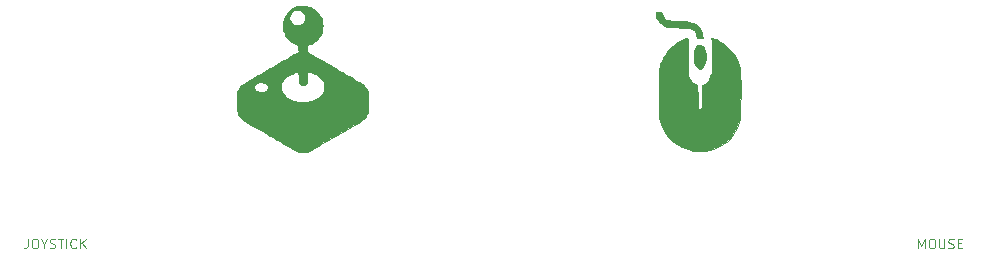
<source format=gto>
%TF.GenerationSoftware,KiCad,Pcbnew,(5.1.8)-1*%
%TF.CreationDate,2021-02-22T12:03:38+01:00*%
%TF.ProjectId,Amiga Mouse Switch Faceplate A1,416d6967-6120-44d6-9f75-736520537769,rev?*%
%TF.SameCoordinates,Original*%
%TF.FileFunction,Legend,Top*%
%TF.FilePolarity,Positive*%
%FSLAX46Y46*%
G04 Gerber Fmt 4.6, Leading zero omitted, Abs format (unit mm)*
G04 Created by KiCad (PCBNEW (5.1.8)-1) date 2021-02-22 12:03:38*
%MOMM*%
%LPD*%
G01*
G04 APERTURE LIST*
%ADD10C,0.100000*%
%ADD11C,0.010000*%
G04 APERTURE END LIST*
D10*
X175317380Y-105771904D02*
X175317380Y-104971904D01*
X175584047Y-105543333D01*
X175850714Y-104971904D01*
X175850714Y-105771904D01*
X176384047Y-104971904D02*
X176536428Y-104971904D01*
X176612619Y-105010000D01*
X176688809Y-105086190D01*
X176726904Y-105238571D01*
X176726904Y-105505238D01*
X176688809Y-105657619D01*
X176612619Y-105733809D01*
X176536428Y-105771904D01*
X176384047Y-105771904D01*
X176307857Y-105733809D01*
X176231666Y-105657619D01*
X176193571Y-105505238D01*
X176193571Y-105238571D01*
X176231666Y-105086190D01*
X176307857Y-105010000D01*
X176384047Y-104971904D01*
X177069761Y-104971904D02*
X177069761Y-105619523D01*
X177107857Y-105695714D01*
X177145952Y-105733809D01*
X177222142Y-105771904D01*
X177374523Y-105771904D01*
X177450714Y-105733809D01*
X177488809Y-105695714D01*
X177526904Y-105619523D01*
X177526904Y-104971904D01*
X177869761Y-105733809D02*
X177984047Y-105771904D01*
X178174523Y-105771904D01*
X178250714Y-105733809D01*
X178288809Y-105695714D01*
X178326904Y-105619523D01*
X178326904Y-105543333D01*
X178288809Y-105467142D01*
X178250714Y-105429047D01*
X178174523Y-105390952D01*
X178022142Y-105352857D01*
X177945952Y-105314761D01*
X177907857Y-105276666D01*
X177869761Y-105200476D01*
X177869761Y-105124285D01*
X177907857Y-105048095D01*
X177945952Y-105010000D01*
X178022142Y-104971904D01*
X178212619Y-104971904D01*
X178326904Y-105010000D01*
X178669761Y-105352857D02*
X178936428Y-105352857D01*
X179050714Y-105771904D02*
X178669761Y-105771904D01*
X178669761Y-104971904D01*
X179050714Y-104971904D01*
X99911190Y-104971904D02*
X99911190Y-105543333D01*
X99873095Y-105657619D01*
X99796904Y-105733809D01*
X99682619Y-105771904D01*
X99606428Y-105771904D01*
X100444523Y-104971904D02*
X100596904Y-104971904D01*
X100673095Y-105010000D01*
X100749285Y-105086190D01*
X100787380Y-105238571D01*
X100787380Y-105505238D01*
X100749285Y-105657619D01*
X100673095Y-105733809D01*
X100596904Y-105771904D01*
X100444523Y-105771904D01*
X100368333Y-105733809D01*
X100292142Y-105657619D01*
X100254047Y-105505238D01*
X100254047Y-105238571D01*
X100292142Y-105086190D01*
X100368333Y-105010000D01*
X100444523Y-104971904D01*
X101282619Y-105390952D02*
X101282619Y-105771904D01*
X101015952Y-104971904D02*
X101282619Y-105390952D01*
X101549285Y-104971904D01*
X101777857Y-105733809D02*
X101892142Y-105771904D01*
X102082619Y-105771904D01*
X102158809Y-105733809D01*
X102196904Y-105695714D01*
X102235000Y-105619523D01*
X102235000Y-105543333D01*
X102196904Y-105467142D01*
X102158809Y-105429047D01*
X102082619Y-105390952D01*
X101930238Y-105352857D01*
X101854047Y-105314761D01*
X101815952Y-105276666D01*
X101777857Y-105200476D01*
X101777857Y-105124285D01*
X101815952Y-105048095D01*
X101854047Y-105010000D01*
X101930238Y-104971904D01*
X102120714Y-104971904D01*
X102235000Y-105010000D01*
X102463571Y-104971904D02*
X102920714Y-104971904D01*
X102692142Y-105771904D02*
X102692142Y-104971904D01*
X103187380Y-105771904D02*
X103187380Y-104971904D01*
X104025476Y-105695714D02*
X103987380Y-105733809D01*
X103873095Y-105771904D01*
X103796904Y-105771904D01*
X103682619Y-105733809D01*
X103606428Y-105657619D01*
X103568333Y-105581428D01*
X103530238Y-105429047D01*
X103530238Y-105314761D01*
X103568333Y-105162380D01*
X103606428Y-105086190D01*
X103682619Y-105010000D01*
X103796904Y-104971904D01*
X103873095Y-104971904D01*
X103987380Y-105010000D01*
X104025476Y-105048095D01*
X104368333Y-105771904D02*
X104368333Y-104971904D01*
X104825476Y-105771904D02*
X104482619Y-105314761D01*
X104825476Y-104971904D02*
X104368333Y-105429047D01*
D11*
%TO.C,G\u002A\u002A\u002A*%
G36*
X155777596Y-88010856D02*
G01*
X155787281Y-88137169D01*
X155793948Y-88347067D01*
X155797585Y-88640035D01*
X155798182Y-89015560D01*
X155795729Y-89473127D01*
X155795682Y-89478940D01*
X155792809Y-89884688D01*
X155791587Y-90215018D01*
X155792339Y-90479164D01*
X155795385Y-90686366D01*
X155801045Y-90845859D01*
X155809642Y-90966880D01*
X155821496Y-91058667D01*
X155836927Y-91130456D01*
X155855078Y-91188227D01*
X155991767Y-91467692D01*
X156178437Y-91698402D01*
X156401178Y-91863668D01*
X156612167Y-91977384D01*
X156623579Y-92922436D01*
X156629954Y-93273177D01*
X156639636Y-93552510D01*
X156652422Y-93756911D01*
X156668107Y-93882856D01*
X156681679Y-93923744D01*
X156773267Y-93978640D01*
X156877008Y-93968860D01*
X156958664Y-93900556D01*
X156973048Y-93871410D01*
X156985384Y-93797599D01*
X156996250Y-93653456D01*
X157005060Y-93453309D01*
X157011227Y-93211489D01*
X157014168Y-92942325D01*
X157014333Y-92861129D01*
X157014333Y-91959437D01*
X157215417Y-91856383D01*
X157410867Y-91713936D01*
X157584381Y-91506282D01*
X157722575Y-91252448D01*
X157799393Y-91026204D01*
X157818834Y-90935960D01*
X157833856Y-90830779D01*
X157844802Y-90700247D01*
X157852019Y-90533948D01*
X157855852Y-90321468D01*
X157856646Y-90052392D01*
X157854747Y-89716305D01*
X157852034Y-89438704D01*
X157847296Y-89109213D01*
X157840723Y-88804534D01*
X157832723Y-88535653D01*
X157823704Y-88313556D01*
X157814076Y-88149228D01*
X157804245Y-88053654D01*
X157799880Y-88036037D01*
X157783178Y-87983798D01*
X157813904Y-87969043D01*
X157906811Y-87982402D01*
X158005997Y-88012866D01*
X158156263Y-88072967D01*
X158333834Y-88152781D01*
X158449489Y-88208951D01*
X158864648Y-88462051D01*
X159245356Y-88782985D01*
X159579721Y-89158102D01*
X159855854Y-89573751D01*
X160061865Y-90016282D01*
X160087936Y-90089885D01*
X160131616Y-90226311D01*
X160168143Y-90361106D01*
X160198051Y-90502903D01*
X160221876Y-90660335D01*
X160240149Y-90842032D01*
X160253406Y-91056629D01*
X160262181Y-91312757D01*
X160267008Y-91619048D01*
X160268420Y-91984135D01*
X160266952Y-92416651D01*
X160263163Y-92922316D01*
X160259103Y-93371910D01*
X160255201Y-93745373D01*
X160251014Y-94051239D01*
X160246095Y-94298040D01*
X160240001Y-94494310D01*
X160232285Y-94648584D01*
X160222504Y-94769393D01*
X160210212Y-94865273D01*
X160194964Y-94944756D01*
X160176315Y-95016375D01*
X160153820Y-95088665D01*
X160149517Y-95101833D01*
X159940441Y-95614739D01*
X159662909Y-96082024D01*
X159521782Y-96270840D01*
X159178277Y-96644590D01*
X158794414Y-96949888D01*
X158360386Y-97193396D01*
X157903333Y-97370178D01*
X157711997Y-97427362D01*
X157544654Y-97466143D01*
X157373031Y-97490772D01*
X157168854Y-97505499D01*
X156950833Y-97513343D01*
X156728893Y-97517594D01*
X156524586Y-97518256D01*
X156359773Y-97515470D01*
X156256319Y-97509374D01*
X156252333Y-97508879D01*
X156059352Y-97470556D01*
X155819894Y-97404109D01*
X155563219Y-97319258D01*
X155318590Y-97225720D01*
X155115267Y-97133215D01*
X155104428Y-97127600D01*
X154677150Y-96857336D01*
X154297988Y-96522172D01*
X153972918Y-96130642D01*
X153707917Y-95691283D01*
X153508963Y-95212629D01*
X153382033Y-94703216D01*
X153374531Y-94657333D01*
X153360701Y-94528125D01*
X153350036Y-94335116D01*
X153342481Y-94074663D01*
X153337980Y-93743123D01*
X153336478Y-93336853D01*
X153337918Y-92852209D01*
X153340717Y-92456000D01*
X153344841Y-91980531D01*
X153349272Y-91580587D01*
X153355186Y-91247029D01*
X153363760Y-90970719D01*
X153376171Y-90742518D01*
X153393594Y-90553290D01*
X153417205Y-90393895D01*
X153448183Y-90255196D01*
X153487702Y-90128055D01*
X153536939Y-90003333D01*
X153597070Y-89871893D01*
X153669273Y-89724596D01*
X153700401Y-89662000D01*
X153927672Y-89287246D01*
X154221813Y-88930115D01*
X154565931Y-88605763D01*
X154943134Y-88329348D01*
X155336528Y-88116027D01*
X155495180Y-88051561D01*
X155626565Y-88006119D01*
X155727180Y-87976000D01*
X155764902Y-87968643D01*
X155777596Y-88010856D01*
G37*
X155777596Y-88010856D02*
X155787281Y-88137169D01*
X155793948Y-88347067D01*
X155797585Y-88640035D01*
X155798182Y-89015560D01*
X155795729Y-89473127D01*
X155795682Y-89478940D01*
X155792809Y-89884688D01*
X155791587Y-90215018D01*
X155792339Y-90479164D01*
X155795385Y-90686366D01*
X155801045Y-90845859D01*
X155809642Y-90966880D01*
X155821496Y-91058667D01*
X155836927Y-91130456D01*
X155855078Y-91188227D01*
X155991767Y-91467692D01*
X156178437Y-91698402D01*
X156401178Y-91863668D01*
X156612167Y-91977384D01*
X156623579Y-92922436D01*
X156629954Y-93273177D01*
X156639636Y-93552510D01*
X156652422Y-93756911D01*
X156668107Y-93882856D01*
X156681679Y-93923744D01*
X156773267Y-93978640D01*
X156877008Y-93968860D01*
X156958664Y-93900556D01*
X156973048Y-93871410D01*
X156985384Y-93797599D01*
X156996250Y-93653456D01*
X157005060Y-93453309D01*
X157011227Y-93211489D01*
X157014168Y-92942325D01*
X157014333Y-92861129D01*
X157014333Y-91959437D01*
X157215417Y-91856383D01*
X157410867Y-91713936D01*
X157584381Y-91506282D01*
X157722575Y-91252448D01*
X157799393Y-91026204D01*
X157818834Y-90935960D01*
X157833856Y-90830779D01*
X157844802Y-90700247D01*
X157852019Y-90533948D01*
X157855852Y-90321468D01*
X157856646Y-90052392D01*
X157854747Y-89716305D01*
X157852034Y-89438704D01*
X157847296Y-89109213D01*
X157840723Y-88804534D01*
X157832723Y-88535653D01*
X157823704Y-88313556D01*
X157814076Y-88149228D01*
X157804245Y-88053654D01*
X157799880Y-88036037D01*
X157783178Y-87983798D01*
X157813904Y-87969043D01*
X157906811Y-87982402D01*
X158005997Y-88012866D01*
X158156263Y-88072967D01*
X158333834Y-88152781D01*
X158449489Y-88208951D01*
X158864648Y-88462051D01*
X159245356Y-88782985D01*
X159579721Y-89158102D01*
X159855854Y-89573751D01*
X160061865Y-90016282D01*
X160087936Y-90089885D01*
X160131616Y-90226311D01*
X160168143Y-90361106D01*
X160198051Y-90502903D01*
X160221876Y-90660335D01*
X160240149Y-90842032D01*
X160253406Y-91056629D01*
X160262181Y-91312757D01*
X160267008Y-91619048D01*
X160268420Y-91984135D01*
X160266952Y-92416651D01*
X160263163Y-92922316D01*
X160259103Y-93371910D01*
X160255201Y-93745373D01*
X160251014Y-94051239D01*
X160246095Y-94298040D01*
X160240001Y-94494310D01*
X160232285Y-94648584D01*
X160222504Y-94769393D01*
X160210212Y-94865273D01*
X160194964Y-94944756D01*
X160176315Y-95016375D01*
X160153820Y-95088665D01*
X160149517Y-95101833D01*
X159940441Y-95614739D01*
X159662909Y-96082024D01*
X159521782Y-96270840D01*
X159178277Y-96644590D01*
X158794414Y-96949888D01*
X158360386Y-97193396D01*
X157903333Y-97370178D01*
X157711997Y-97427362D01*
X157544654Y-97466143D01*
X157373031Y-97490772D01*
X157168854Y-97505499D01*
X156950833Y-97513343D01*
X156728893Y-97517594D01*
X156524586Y-97518256D01*
X156359773Y-97515470D01*
X156256319Y-97509374D01*
X156252333Y-97508879D01*
X156059352Y-97470556D01*
X155819894Y-97404109D01*
X155563219Y-97319258D01*
X155318590Y-97225720D01*
X155115267Y-97133215D01*
X155104428Y-97127600D01*
X154677150Y-96857336D01*
X154297988Y-96522172D01*
X153972918Y-96130642D01*
X153707917Y-95691283D01*
X153508963Y-95212629D01*
X153382033Y-94703216D01*
X153374531Y-94657333D01*
X153360701Y-94528125D01*
X153350036Y-94335116D01*
X153342481Y-94074663D01*
X153337980Y-93743123D01*
X153336478Y-93336853D01*
X153337918Y-92852209D01*
X153340717Y-92456000D01*
X153344841Y-91980531D01*
X153349272Y-91580587D01*
X153355186Y-91247029D01*
X153363760Y-90970719D01*
X153376171Y-90742518D01*
X153393594Y-90553290D01*
X153417205Y-90393895D01*
X153448183Y-90255196D01*
X153487702Y-90128055D01*
X153536939Y-90003333D01*
X153597070Y-89871893D01*
X153669273Y-89724596D01*
X153700401Y-89662000D01*
X153927672Y-89287246D01*
X154221813Y-88930115D01*
X154565931Y-88605763D01*
X154943134Y-88329348D01*
X155336528Y-88116027D01*
X155495180Y-88051561D01*
X155626565Y-88006119D01*
X155727180Y-87976000D01*
X155764902Y-87968643D01*
X155777596Y-88010856D01*
G36*
X156869207Y-88522360D02*
G01*
X157009874Y-88601648D01*
X157061021Y-88650661D01*
X157188553Y-88841359D01*
X157269185Y-89092420D01*
X157303990Y-89408324D01*
X157302262Y-89657218D01*
X157273735Y-89957832D01*
X157214502Y-90191025D01*
X157119672Y-90370013D01*
X156988639Y-90504665D01*
X156862057Y-90577944D01*
X156746784Y-90578617D01*
X156624468Y-90504413D01*
X156569002Y-90452802D01*
X156424897Y-90249107D01*
X156335320Y-89980966D01*
X156300383Y-89648794D01*
X156303658Y-89454493D01*
X156337468Y-89160510D01*
X156402736Y-88914251D01*
X156494005Y-88721511D01*
X156605812Y-88588086D01*
X156732700Y-88519771D01*
X156869207Y-88522360D01*
G37*
X156869207Y-88522360D02*
X157009874Y-88601648D01*
X157061021Y-88650661D01*
X157188553Y-88841359D01*
X157269185Y-89092420D01*
X157303990Y-89408324D01*
X157302262Y-89657218D01*
X157273735Y-89957832D01*
X157214502Y-90191025D01*
X157119672Y-90370013D01*
X156988639Y-90504665D01*
X156862057Y-90577944D01*
X156746784Y-90578617D01*
X156624468Y-90504413D01*
X156569002Y-90452802D01*
X156424897Y-90249107D01*
X156335320Y-89980966D01*
X156300383Y-89648794D01*
X156303658Y-89454493D01*
X156337468Y-89160510D01*
X156402736Y-88914251D01*
X156494005Y-88721511D01*
X156605812Y-88588086D01*
X156732700Y-88519771D01*
X156869207Y-88522360D01*
G36*
X153622538Y-85951454D02*
G01*
X153688239Y-86144358D01*
X153794025Y-86293248D01*
X153948124Y-86402212D01*
X154158761Y-86475336D01*
X154434164Y-86516706D01*
X154782559Y-86530410D01*
X154787978Y-86530425D01*
X155197357Y-86539654D01*
X155571516Y-86564403D01*
X155897272Y-86603219D01*
X156161439Y-86654647D01*
X156303398Y-86697649D01*
X156574684Y-86841382D01*
X156788784Y-87045729D01*
X156941898Y-87305594D01*
X157030228Y-87615876D01*
X157040108Y-87686262D01*
X157068324Y-87926333D01*
X156558280Y-87926333D01*
X156530178Y-87738934D01*
X156457724Y-87503549D01*
X156322890Y-87313356D01*
X156150622Y-87189777D01*
X156079007Y-87160744D01*
X155988549Y-87137819D01*
X155866438Y-87119577D01*
X155699868Y-87104594D01*
X155476029Y-87091447D01*
X155182113Y-87078711D01*
X155135181Y-87076901D01*
X154859700Y-87064392D01*
X154599176Y-87048891D01*
X154370742Y-87031697D01*
X154191533Y-87014112D01*
X154078683Y-86997434D01*
X154073937Y-86996386D01*
X153815486Y-86911171D01*
X153579201Y-86784922D01*
X153390230Y-86632459D01*
X153323597Y-86554155D01*
X153221902Y-86377057D01*
X153138753Y-86165200D01*
X153087398Y-85956775D01*
X153077333Y-85844316D01*
X153081463Y-85777594D01*
X153107328Y-85741972D01*
X153175145Y-85727695D01*
X153305128Y-85725007D01*
X153324597Y-85725000D01*
X153571860Y-85725000D01*
X153622538Y-85951454D01*
G37*
X153622538Y-85951454D02*
X153688239Y-86144358D01*
X153794025Y-86293248D01*
X153948124Y-86402212D01*
X154158761Y-86475336D01*
X154434164Y-86516706D01*
X154782559Y-86530410D01*
X154787978Y-86530425D01*
X155197357Y-86539654D01*
X155571516Y-86564403D01*
X155897272Y-86603219D01*
X156161439Y-86654647D01*
X156303398Y-86697649D01*
X156574684Y-86841382D01*
X156788784Y-87045729D01*
X156941898Y-87305594D01*
X157030228Y-87615876D01*
X157040108Y-87686262D01*
X157068324Y-87926333D01*
X156558280Y-87926333D01*
X156530178Y-87738934D01*
X156457724Y-87503549D01*
X156322890Y-87313356D01*
X156150622Y-87189777D01*
X156079007Y-87160744D01*
X155988549Y-87137819D01*
X155866438Y-87119577D01*
X155699868Y-87104594D01*
X155476029Y-87091447D01*
X155182113Y-87078711D01*
X155135181Y-87076901D01*
X154859700Y-87064392D01*
X154599176Y-87048891D01*
X154370742Y-87031697D01*
X154191533Y-87014112D01*
X154078683Y-86997434D01*
X154073937Y-86996386D01*
X153815486Y-86911171D01*
X153579201Y-86784922D01*
X153390230Y-86632459D01*
X153323597Y-86554155D01*
X153221902Y-86377057D01*
X153138753Y-86165200D01*
X153087398Y-85956775D01*
X153077333Y-85844316D01*
X153081463Y-85777594D01*
X153107328Y-85741972D01*
X153175145Y-85727695D01*
X153305128Y-85725007D01*
X153324597Y-85725000D01*
X153571860Y-85725000D01*
X153622538Y-85951454D01*
G36*
X123279646Y-85224688D02*
G01*
X123382271Y-85230241D01*
X123471109Y-85240202D01*
X123507500Y-85246727D01*
X123713234Y-85301974D01*
X123904687Y-85378129D01*
X124082404Y-85475477D01*
X124246932Y-85594302D01*
X124349991Y-85686006D01*
X124494730Y-85842430D01*
X124617591Y-86011550D01*
X124718237Y-86192765D01*
X124796330Y-86385475D01*
X124848730Y-86575900D01*
X124860800Y-86651871D01*
X124868907Y-86745353D01*
X124873031Y-86849161D01*
X124873155Y-86956108D01*
X124869260Y-87059008D01*
X124861328Y-87150675D01*
X124850371Y-87219273D01*
X124794638Y-87424126D01*
X124718846Y-87613905D01*
X124622185Y-87790111D01*
X124503843Y-87954247D01*
X124378143Y-88092873D01*
X124221997Y-88233015D01*
X124057726Y-88349568D01*
X123883848Y-88443456D01*
X123705043Y-88513607D01*
X123637490Y-88537552D01*
X123593669Y-88557630D01*
X123572308Y-88574451D01*
X123570332Y-88578208D01*
X123567529Y-88597435D01*
X123564453Y-88637966D01*
X123561318Y-88695709D01*
X123558334Y-88766572D01*
X123555715Y-88846466D01*
X123554943Y-88875030D01*
X123547959Y-89148510D01*
X123689654Y-89220409D01*
X123743170Y-89248441D01*
X123815886Y-89287900D01*
X123906475Y-89338012D01*
X124013612Y-89398002D01*
X124135971Y-89467096D01*
X124272228Y-89544520D01*
X124421056Y-89629497D01*
X124581131Y-89721255D01*
X124751126Y-89819019D01*
X124929717Y-89922013D01*
X125115577Y-90029464D01*
X125307382Y-90140597D01*
X125503805Y-90254637D01*
X125703522Y-90370810D01*
X125905207Y-90488342D01*
X126107534Y-90606457D01*
X126309177Y-90724381D01*
X126508813Y-90841340D01*
X126705114Y-90956559D01*
X126896756Y-91069264D01*
X127082412Y-91178680D01*
X127260758Y-91284032D01*
X127430469Y-91384547D01*
X127590217Y-91479448D01*
X127738679Y-91567963D01*
X127874529Y-91649316D01*
X127996440Y-91722733D01*
X128103089Y-91787439D01*
X128193148Y-91842660D01*
X128265293Y-91887621D01*
X128318198Y-91921548D01*
X128350538Y-91943665D01*
X128352550Y-91945167D01*
X128418507Y-92005569D01*
X128486197Y-92088583D01*
X128556203Y-92195021D01*
X128629106Y-92325697D01*
X128638315Y-92343509D01*
X128727200Y-92516769D01*
X128727200Y-93389104D01*
X128727199Y-94261440D01*
X128657816Y-94396945D01*
X128595764Y-94511640D01*
X128533151Y-94615172D01*
X128472507Y-94703689D01*
X128416362Y-94773341D01*
X128397463Y-94793332D01*
X128365516Y-94820349D01*
X128311689Y-94859329D01*
X128235957Y-94910287D01*
X128138297Y-94973238D01*
X128018684Y-95048195D01*
X127877095Y-95135172D01*
X127713506Y-95234184D01*
X127527891Y-95345245D01*
X127320229Y-95468369D01*
X127090493Y-95603571D01*
X126838661Y-95750864D01*
X126564708Y-95910263D01*
X126268610Y-96081782D01*
X125950344Y-96265435D01*
X125609884Y-96461236D01*
X125247208Y-96669200D01*
X124862292Y-96889342D01*
X124631450Y-97021119D01*
X124457448Y-97120371D01*
X124304057Y-97207806D01*
X124169834Y-97284208D01*
X124053336Y-97350360D01*
X123953120Y-97407045D01*
X123867741Y-97455047D01*
X123795756Y-97495148D01*
X123735722Y-97528132D01*
X123686196Y-97554782D01*
X123645734Y-97575880D01*
X123612893Y-97592211D01*
X123586230Y-97604558D01*
X123564300Y-97613703D01*
X123545661Y-97620430D01*
X123528870Y-97625521D01*
X123512482Y-97629761D01*
X123507500Y-97630967D01*
X123452324Y-97640598D01*
X123379014Y-97648332D01*
X123294781Y-97653892D01*
X123206840Y-97657003D01*
X123122404Y-97657388D01*
X123048685Y-97654774D01*
X123001949Y-97650290D01*
X122922245Y-97636253D01*
X122849280Y-97616511D01*
X122775485Y-97588358D01*
X122693294Y-97549087D01*
X122640349Y-97520998D01*
X122569754Y-97482149D01*
X122478954Y-97431498D01*
X122369684Y-97370040D01*
X122243679Y-97298772D01*
X122102674Y-97218688D01*
X121948405Y-97130784D01*
X121782607Y-97036057D01*
X121607014Y-96935501D01*
X121423362Y-96830113D01*
X121233387Y-96720887D01*
X121038823Y-96608820D01*
X120841405Y-96494907D01*
X120642869Y-96380144D01*
X120444950Y-96265526D01*
X120249382Y-96152050D01*
X120057902Y-96040710D01*
X119888000Y-95941696D01*
X119635540Y-95794294D01*
X119404411Y-95659115D01*
X119193911Y-95535742D01*
X119003342Y-95423755D01*
X118832003Y-95322735D01*
X118679194Y-95232263D01*
X118544216Y-95151919D01*
X118426368Y-95081286D01*
X118324952Y-95019943D01*
X118239266Y-94967472D01*
X118168611Y-94923453D01*
X118112288Y-94887467D01*
X118069595Y-94859097D01*
X118039835Y-94837921D01*
X118025460Y-94826404D01*
X117954041Y-94752972D01*
X117883185Y-94660512D01*
X117816750Y-94555182D01*
X117758596Y-94443140D01*
X117712582Y-94330544D01*
X117709984Y-94323001D01*
X117697730Y-94285361D01*
X117687238Y-94248445D01*
X117678400Y-94210080D01*
X117671107Y-94168090D01*
X117665250Y-94120301D01*
X117660720Y-94064538D01*
X117657407Y-93998628D01*
X117655204Y-93920395D01*
X117654001Y-93827666D01*
X117653690Y-93718266D01*
X117654160Y-93590020D01*
X117655305Y-93440754D01*
X117657013Y-93268294D01*
X117657038Y-93265992D01*
X117664936Y-92520234D01*
X117742938Y-92364292D01*
X117807550Y-92241408D01*
X117867554Y-92140829D01*
X117884013Y-92117531D01*
X119075200Y-92117531D01*
X119087534Y-92201807D01*
X119123466Y-92281101D01*
X119181390Y-92353581D01*
X119259701Y-92417414D01*
X119356792Y-92470768D01*
X119400634Y-92488806D01*
X119516429Y-92520957D01*
X119642516Y-92536087D01*
X119769987Y-92533802D01*
X119889931Y-92513707D01*
X119900317Y-92510938D01*
X119988488Y-92480339D01*
X120062546Y-92439080D01*
X120132371Y-92382048D01*
X120200261Y-92304810D01*
X120243949Y-92224503D01*
X120264122Y-92143130D01*
X120261469Y-92062693D01*
X120236675Y-91985194D01*
X120190428Y-91912636D01*
X120123415Y-91847021D01*
X120073665Y-91814650D01*
X121380250Y-91814650D01*
X121380275Y-92094050D01*
X121380426Y-92186238D01*
X121381088Y-92257062D01*
X121382603Y-92310556D01*
X121385313Y-92350754D01*
X121389558Y-92381691D01*
X121395681Y-92407401D01*
X121404024Y-92431919D01*
X121410214Y-92447682D01*
X121457027Y-92541901D01*
X121522702Y-92642576D01*
X121603234Y-92745098D01*
X121694620Y-92844860D01*
X121792858Y-92937253D01*
X121893945Y-93017670D01*
X121922971Y-93037924D01*
X122067276Y-93126270D01*
X122222379Y-93204950D01*
X122382337Y-93271596D01*
X122541205Y-93323843D01*
X122693039Y-93359322D01*
X122753561Y-93368690D01*
X122800033Y-93372739D01*
X122867202Y-93376007D01*
X122950379Y-93378485D01*
X123044872Y-93380167D01*
X123145993Y-93381046D01*
X123249049Y-93381114D01*
X123349352Y-93380365D01*
X123442210Y-93378792D01*
X123522934Y-93376386D01*
X123586832Y-93373142D01*
X123622133Y-93370005D01*
X123783543Y-93340740D01*
X123952564Y-93292358D01*
X124123185Y-93227183D01*
X124289399Y-93147541D01*
X124445196Y-93055755D01*
X124460136Y-93045888D01*
X124559768Y-92971659D01*
X124658457Y-92883897D01*
X124752216Y-92787168D01*
X124837058Y-92686039D01*
X124908994Y-92585077D01*
X124964037Y-92488849D01*
X124982485Y-92447682D01*
X124992317Y-92421948D01*
X124999726Y-92397436D01*
X125005054Y-92370109D01*
X125008641Y-92335935D01*
X125010829Y-92290877D01*
X125011960Y-92230902D01*
X125012376Y-92151974D01*
X125012424Y-92094050D01*
X125012450Y-91814650D01*
X124957928Y-91701165D01*
X124871662Y-91550685D01*
X124762446Y-91410015D01*
X124631073Y-91279935D01*
X124478333Y-91161228D01*
X124305020Y-91054677D01*
X124301250Y-91052621D01*
X124224460Y-91014000D01*
X124137555Y-90975543D01*
X124045039Y-90938756D01*
X123951419Y-90905145D01*
X123861199Y-90876216D01*
X123778884Y-90853474D01*
X123708980Y-90838425D01*
X123655991Y-90832576D01*
X123643746Y-90832863D01*
X123621154Y-90835208D01*
X123602782Y-90840270D01*
X123588111Y-90850509D01*
X123576619Y-90868385D01*
X123567788Y-90896360D01*
X123561095Y-90936893D01*
X123556022Y-90992445D01*
X123552048Y-91065475D01*
X123548653Y-91158446D01*
X123545316Y-91273816D01*
X123544550Y-91302003D01*
X123541453Y-91401837D01*
X123537794Y-91495656D01*
X123533770Y-91579842D01*
X123529582Y-91650781D01*
X123525427Y-91704857D01*
X123521506Y-91738452D01*
X123520192Y-91744826D01*
X123489454Y-91810648D01*
X123434979Y-91869800D01*
X123365499Y-91916930D01*
X123326590Y-91936593D01*
X123291932Y-91947926D01*
X123251638Y-91953115D01*
X123196350Y-91954350D01*
X123140691Y-91953092D01*
X123100481Y-91947863D01*
X123065829Y-91936472D01*
X123027200Y-91916930D01*
X122952238Y-91865094D01*
X122899844Y-91805584D01*
X122872629Y-91745281D01*
X122868848Y-91720031D01*
X122864725Y-91673003D01*
X122860463Y-91607813D01*
X122856266Y-91528077D01*
X122852336Y-91437411D01*
X122848878Y-91339431D01*
X122847808Y-91303790D01*
X122844596Y-91205083D01*
X122840869Y-91113299D01*
X122836827Y-91031870D01*
X122832664Y-90964226D01*
X122828579Y-90913797D01*
X122824768Y-90884017D01*
X122823421Y-90878797D01*
X122809790Y-90852466D01*
X122790679Y-90834695D01*
X122763303Y-90825617D01*
X122724877Y-90825363D01*
X122672617Y-90834068D01*
X122603737Y-90851862D01*
X122515454Y-90878881D01*
X122462899Y-90895978D01*
X122249416Y-90977108D01*
X122056055Y-91073242D01*
X121882184Y-91184740D01*
X121727170Y-91311961D01*
X121718645Y-91319924D01*
X121608980Y-91433788D01*
X121519642Y-91551240D01*
X121445735Y-91678857D01*
X121434771Y-91701165D01*
X121380250Y-91814650D01*
X120073665Y-91814650D01*
X120036322Y-91790352D01*
X119929838Y-91744632D01*
X119911608Y-91738643D01*
X119778386Y-91707886D01*
X119646606Y-91699222D01*
X119519300Y-91712083D01*
X119399504Y-91745900D01*
X119290252Y-91800106D01*
X119196186Y-91872605D01*
X119136261Y-91937599D01*
X119098008Y-92000647D01*
X119078771Y-92067120D01*
X119075200Y-92117531D01*
X117884013Y-92117531D01*
X117924505Y-92060218D01*
X117979955Y-91997238D01*
X117999237Y-91978981D01*
X118025724Y-91958354D01*
X118071317Y-91926967D01*
X118136234Y-91884688D01*
X118220693Y-91831388D01*
X118324912Y-91766936D01*
X118449109Y-91691201D01*
X118593502Y-91604051D01*
X118758308Y-91505358D01*
X118943746Y-91394990D01*
X119150033Y-91272816D01*
X119377388Y-91138706D01*
X119626028Y-90992529D01*
X119896171Y-90834155D01*
X120188035Y-90663453D01*
X120396000Y-90542029D01*
X120671422Y-90381481D01*
X120932837Y-90229420D01*
X121179624Y-90086203D01*
X121411160Y-89952185D01*
X121626826Y-89827720D01*
X121826001Y-89713164D01*
X122008062Y-89608873D01*
X122172389Y-89515202D01*
X122318361Y-89432506D01*
X122445356Y-89361140D01*
X122552754Y-89301460D01*
X122639934Y-89253821D01*
X122706274Y-89218578D01*
X122736259Y-89203310D01*
X122844957Y-89149402D01*
X122839126Y-88907226D01*
X122836386Y-88803429D01*
X122833538Y-88722196D01*
X122830262Y-88660692D01*
X122826239Y-88616080D01*
X122821147Y-88585526D01*
X122814666Y-88566193D01*
X122806477Y-88555247D01*
X122798865Y-88550774D01*
X122777900Y-88542830D01*
X122739593Y-88528633D01*
X122690475Y-88510598D01*
X122662520Y-88500391D01*
X122463716Y-88415453D01*
X122281414Y-88311686D01*
X122116159Y-88189509D01*
X121968496Y-88049341D01*
X121838972Y-87891601D01*
X121804037Y-87841370D01*
X121722554Y-87709868D01*
X121657397Y-87581370D01*
X121604624Y-87446927D01*
X121560290Y-87297588D01*
X121554579Y-87275166D01*
X121542105Y-87222800D01*
X121533111Y-87176757D01*
X121527028Y-87130975D01*
X121523287Y-87079394D01*
X121521316Y-87015950D01*
X121520547Y-86934582D01*
X121520479Y-86912450D01*
X121521286Y-86804480D01*
X121524862Y-86715171D01*
X121532111Y-86637853D01*
X121543936Y-86565855D01*
X121561241Y-86492508D01*
X121584930Y-86411141D01*
X121591009Y-86391750D01*
X121657185Y-86218589D01*
X121658588Y-86215938D01*
X122067285Y-86215938D01*
X122075443Y-86332182D01*
X122107554Y-86446939D01*
X122163613Y-86558238D01*
X122243614Y-86664106D01*
X122276792Y-86699036D01*
X122380278Y-86787222D01*
X122488992Y-86851285D01*
X122602011Y-86890938D01*
X122718414Y-86905894D01*
X122837279Y-86895866D01*
X122878561Y-86886591D01*
X123005599Y-86841248D01*
X123118067Y-86775113D01*
X123216266Y-86687983D01*
X123267543Y-86626766D01*
X123337130Y-86515554D01*
X123381683Y-86400431D01*
X123401136Y-86282143D01*
X123395425Y-86161439D01*
X123364483Y-86039066D01*
X123326622Y-85950497D01*
X123257714Y-85838474D01*
X123173366Y-85744364D01*
X123076085Y-85669360D01*
X122968378Y-85614657D01*
X122852751Y-85581451D01*
X122731710Y-85570935D01*
X122607763Y-85584304D01*
X122574494Y-85592067D01*
X122490534Y-85620130D01*
X122414140Y-85660127D01*
X122338826Y-85716019D01*
X122274288Y-85775541D01*
X122186581Y-85878009D01*
X122122848Y-85986879D01*
X122083085Y-86100180D01*
X122067285Y-86215938D01*
X121658588Y-86215938D01*
X121743404Y-86055686D01*
X121851357Y-85900322D01*
X121982732Y-85749777D01*
X122002429Y-85729600D01*
X122160374Y-85586708D01*
X122329253Y-85466308D01*
X122508320Y-85368812D01*
X122696825Y-85294630D01*
X122881708Y-85246574D01*
X122964264Y-85234484D01*
X123063120Y-85226807D01*
X123170755Y-85223542D01*
X123279646Y-85224688D01*
G37*
X123279646Y-85224688D02*
X123382271Y-85230241D01*
X123471109Y-85240202D01*
X123507500Y-85246727D01*
X123713234Y-85301974D01*
X123904687Y-85378129D01*
X124082404Y-85475477D01*
X124246932Y-85594302D01*
X124349991Y-85686006D01*
X124494730Y-85842430D01*
X124617591Y-86011550D01*
X124718237Y-86192765D01*
X124796330Y-86385475D01*
X124848730Y-86575900D01*
X124860800Y-86651871D01*
X124868907Y-86745353D01*
X124873031Y-86849161D01*
X124873155Y-86956108D01*
X124869260Y-87059008D01*
X124861328Y-87150675D01*
X124850371Y-87219273D01*
X124794638Y-87424126D01*
X124718846Y-87613905D01*
X124622185Y-87790111D01*
X124503843Y-87954247D01*
X124378143Y-88092873D01*
X124221997Y-88233015D01*
X124057726Y-88349568D01*
X123883848Y-88443456D01*
X123705043Y-88513607D01*
X123637490Y-88537552D01*
X123593669Y-88557630D01*
X123572308Y-88574451D01*
X123570332Y-88578208D01*
X123567529Y-88597435D01*
X123564453Y-88637966D01*
X123561318Y-88695709D01*
X123558334Y-88766572D01*
X123555715Y-88846466D01*
X123554943Y-88875030D01*
X123547959Y-89148510D01*
X123689654Y-89220409D01*
X123743170Y-89248441D01*
X123815886Y-89287900D01*
X123906475Y-89338012D01*
X124013612Y-89398002D01*
X124135971Y-89467096D01*
X124272228Y-89544520D01*
X124421056Y-89629497D01*
X124581131Y-89721255D01*
X124751126Y-89819019D01*
X124929717Y-89922013D01*
X125115577Y-90029464D01*
X125307382Y-90140597D01*
X125503805Y-90254637D01*
X125703522Y-90370810D01*
X125905207Y-90488342D01*
X126107534Y-90606457D01*
X126309177Y-90724381D01*
X126508813Y-90841340D01*
X126705114Y-90956559D01*
X126896756Y-91069264D01*
X127082412Y-91178680D01*
X127260758Y-91284032D01*
X127430469Y-91384547D01*
X127590217Y-91479448D01*
X127738679Y-91567963D01*
X127874529Y-91649316D01*
X127996440Y-91722733D01*
X128103089Y-91787439D01*
X128193148Y-91842660D01*
X128265293Y-91887621D01*
X128318198Y-91921548D01*
X128350538Y-91943665D01*
X128352550Y-91945167D01*
X128418507Y-92005569D01*
X128486197Y-92088583D01*
X128556203Y-92195021D01*
X128629106Y-92325697D01*
X128638315Y-92343509D01*
X128727200Y-92516769D01*
X128727200Y-93389104D01*
X128727199Y-94261440D01*
X128657816Y-94396945D01*
X128595764Y-94511640D01*
X128533151Y-94615172D01*
X128472507Y-94703689D01*
X128416362Y-94773341D01*
X128397463Y-94793332D01*
X128365516Y-94820349D01*
X128311689Y-94859329D01*
X128235957Y-94910287D01*
X128138297Y-94973238D01*
X128018684Y-95048195D01*
X127877095Y-95135172D01*
X127713506Y-95234184D01*
X127527891Y-95345245D01*
X127320229Y-95468369D01*
X127090493Y-95603571D01*
X126838661Y-95750864D01*
X126564708Y-95910263D01*
X126268610Y-96081782D01*
X125950344Y-96265435D01*
X125609884Y-96461236D01*
X125247208Y-96669200D01*
X124862292Y-96889342D01*
X124631450Y-97021119D01*
X124457448Y-97120371D01*
X124304057Y-97207806D01*
X124169834Y-97284208D01*
X124053336Y-97350360D01*
X123953120Y-97407045D01*
X123867741Y-97455047D01*
X123795756Y-97495148D01*
X123735722Y-97528132D01*
X123686196Y-97554782D01*
X123645734Y-97575880D01*
X123612893Y-97592211D01*
X123586230Y-97604558D01*
X123564300Y-97613703D01*
X123545661Y-97620430D01*
X123528870Y-97625521D01*
X123512482Y-97629761D01*
X123507500Y-97630967D01*
X123452324Y-97640598D01*
X123379014Y-97648332D01*
X123294781Y-97653892D01*
X123206840Y-97657003D01*
X123122404Y-97657388D01*
X123048685Y-97654774D01*
X123001949Y-97650290D01*
X122922245Y-97636253D01*
X122849280Y-97616511D01*
X122775485Y-97588358D01*
X122693294Y-97549087D01*
X122640349Y-97520998D01*
X122569754Y-97482149D01*
X122478954Y-97431498D01*
X122369684Y-97370040D01*
X122243679Y-97298772D01*
X122102674Y-97218688D01*
X121948405Y-97130784D01*
X121782607Y-97036057D01*
X121607014Y-96935501D01*
X121423362Y-96830113D01*
X121233387Y-96720887D01*
X121038823Y-96608820D01*
X120841405Y-96494907D01*
X120642869Y-96380144D01*
X120444950Y-96265526D01*
X120249382Y-96152050D01*
X120057902Y-96040710D01*
X119888000Y-95941696D01*
X119635540Y-95794294D01*
X119404411Y-95659115D01*
X119193911Y-95535742D01*
X119003342Y-95423755D01*
X118832003Y-95322735D01*
X118679194Y-95232263D01*
X118544216Y-95151919D01*
X118426368Y-95081286D01*
X118324952Y-95019943D01*
X118239266Y-94967472D01*
X118168611Y-94923453D01*
X118112288Y-94887467D01*
X118069595Y-94859097D01*
X118039835Y-94837921D01*
X118025460Y-94826404D01*
X117954041Y-94752972D01*
X117883185Y-94660512D01*
X117816750Y-94555182D01*
X117758596Y-94443140D01*
X117712582Y-94330544D01*
X117709984Y-94323001D01*
X117697730Y-94285361D01*
X117687238Y-94248445D01*
X117678400Y-94210080D01*
X117671107Y-94168090D01*
X117665250Y-94120301D01*
X117660720Y-94064538D01*
X117657407Y-93998628D01*
X117655204Y-93920395D01*
X117654001Y-93827666D01*
X117653690Y-93718266D01*
X117654160Y-93590020D01*
X117655305Y-93440754D01*
X117657013Y-93268294D01*
X117657038Y-93265992D01*
X117664936Y-92520234D01*
X117742938Y-92364292D01*
X117807550Y-92241408D01*
X117867554Y-92140829D01*
X117884013Y-92117531D01*
X119075200Y-92117531D01*
X119087534Y-92201807D01*
X119123466Y-92281101D01*
X119181390Y-92353581D01*
X119259701Y-92417414D01*
X119356792Y-92470768D01*
X119400634Y-92488806D01*
X119516429Y-92520957D01*
X119642516Y-92536087D01*
X119769987Y-92533802D01*
X119889931Y-92513707D01*
X119900317Y-92510938D01*
X119988488Y-92480339D01*
X120062546Y-92439080D01*
X120132371Y-92382048D01*
X120200261Y-92304810D01*
X120243949Y-92224503D01*
X120264122Y-92143130D01*
X120261469Y-92062693D01*
X120236675Y-91985194D01*
X120190428Y-91912636D01*
X120123415Y-91847021D01*
X120073665Y-91814650D01*
X121380250Y-91814650D01*
X121380275Y-92094050D01*
X121380426Y-92186238D01*
X121381088Y-92257062D01*
X121382603Y-92310556D01*
X121385313Y-92350754D01*
X121389558Y-92381691D01*
X121395681Y-92407401D01*
X121404024Y-92431919D01*
X121410214Y-92447682D01*
X121457027Y-92541901D01*
X121522702Y-92642576D01*
X121603234Y-92745098D01*
X121694620Y-92844860D01*
X121792858Y-92937253D01*
X121893945Y-93017670D01*
X121922971Y-93037924D01*
X122067276Y-93126270D01*
X122222379Y-93204950D01*
X122382337Y-93271596D01*
X122541205Y-93323843D01*
X122693039Y-93359322D01*
X122753561Y-93368690D01*
X122800033Y-93372739D01*
X122867202Y-93376007D01*
X122950379Y-93378485D01*
X123044872Y-93380167D01*
X123145993Y-93381046D01*
X123249049Y-93381114D01*
X123349352Y-93380365D01*
X123442210Y-93378792D01*
X123522934Y-93376386D01*
X123586832Y-93373142D01*
X123622133Y-93370005D01*
X123783543Y-93340740D01*
X123952564Y-93292358D01*
X124123185Y-93227183D01*
X124289399Y-93147541D01*
X124445196Y-93055755D01*
X124460136Y-93045888D01*
X124559768Y-92971659D01*
X124658457Y-92883897D01*
X124752216Y-92787168D01*
X124837058Y-92686039D01*
X124908994Y-92585077D01*
X124964037Y-92488849D01*
X124982485Y-92447682D01*
X124992317Y-92421948D01*
X124999726Y-92397436D01*
X125005054Y-92370109D01*
X125008641Y-92335935D01*
X125010829Y-92290877D01*
X125011960Y-92230902D01*
X125012376Y-92151974D01*
X125012424Y-92094050D01*
X125012450Y-91814650D01*
X124957928Y-91701165D01*
X124871662Y-91550685D01*
X124762446Y-91410015D01*
X124631073Y-91279935D01*
X124478333Y-91161228D01*
X124305020Y-91054677D01*
X124301250Y-91052621D01*
X124224460Y-91014000D01*
X124137555Y-90975543D01*
X124045039Y-90938756D01*
X123951419Y-90905145D01*
X123861199Y-90876216D01*
X123778884Y-90853474D01*
X123708980Y-90838425D01*
X123655991Y-90832576D01*
X123643746Y-90832863D01*
X123621154Y-90835208D01*
X123602782Y-90840270D01*
X123588111Y-90850509D01*
X123576619Y-90868385D01*
X123567788Y-90896360D01*
X123561095Y-90936893D01*
X123556022Y-90992445D01*
X123552048Y-91065475D01*
X123548653Y-91158446D01*
X123545316Y-91273816D01*
X123544550Y-91302003D01*
X123541453Y-91401837D01*
X123537794Y-91495656D01*
X123533770Y-91579842D01*
X123529582Y-91650781D01*
X123525427Y-91704857D01*
X123521506Y-91738452D01*
X123520192Y-91744826D01*
X123489454Y-91810648D01*
X123434979Y-91869800D01*
X123365499Y-91916930D01*
X123326590Y-91936593D01*
X123291932Y-91947926D01*
X123251638Y-91953115D01*
X123196350Y-91954350D01*
X123140691Y-91953092D01*
X123100481Y-91947863D01*
X123065829Y-91936472D01*
X123027200Y-91916930D01*
X122952238Y-91865094D01*
X122899844Y-91805584D01*
X122872629Y-91745281D01*
X122868848Y-91720031D01*
X122864725Y-91673003D01*
X122860463Y-91607813D01*
X122856266Y-91528077D01*
X122852336Y-91437411D01*
X122848878Y-91339431D01*
X122847808Y-91303790D01*
X122844596Y-91205083D01*
X122840869Y-91113299D01*
X122836827Y-91031870D01*
X122832664Y-90964226D01*
X122828579Y-90913797D01*
X122824768Y-90884017D01*
X122823421Y-90878797D01*
X122809790Y-90852466D01*
X122790679Y-90834695D01*
X122763303Y-90825617D01*
X122724877Y-90825363D01*
X122672617Y-90834068D01*
X122603737Y-90851862D01*
X122515454Y-90878881D01*
X122462899Y-90895978D01*
X122249416Y-90977108D01*
X122056055Y-91073242D01*
X121882184Y-91184740D01*
X121727170Y-91311961D01*
X121718645Y-91319924D01*
X121608980Y-91433788D01*
X121519642Y-91551240D01*
X121445735Y-91678857D01*
X121434771Y-91701165D01*
X121380250Y-91814650D01*
X120073665Y-91814650D01*
X120036322Y-91790352D01*
X119929838Y-91744632D01*
X119911608Y-91738643D01*
X119778386Y-91707886D01*
X119646606Y-91699222D01*
X119519300Y-91712083D01*
X119399504Y-91745900D01*
X119290252Y-91800106D01*
X119196186Y-91872605D01*
X119136261Y-91937599D01*
X119098008Y-92000647D01*
X119078771Y-92067120D01*
X119075200Y-92117531D01*
X117884013Y-92117531D01*
X117924505Y-92060218D01*
X117979955Y-91997238D01*
X117999237Y-91978981D01*
X118025724Y-91958354D01*
X118071317Y-91926967D01*
X118136234Y-91884688D01*
X118220693Y-91831388D01*
X118324912Y-91766936D01*
X118449109Y-91691201D01*
X118593502Y-91604051D01*
X118758308Y-91505358D01*
X118943746Y-91394990D01*
X119150033Y-91272816D01*
X119377388Y-91138706D01*
X119626028Y-90992529D01*
X119896171Y-90834155D01*
X120188035Y-90663453D01*
X120396000Y-90542029D01*
X120671422Y-90381481D01*
X120932837Y-90229420D01*
X121179624Y-90086203D01*
X121411160Y-89952185D01*
X121626826Y-89827720D01*
X121826001Y-89713164D01*
X122008062Y-89608873D01*
X122172389Y-89515202D01*
X122318361Y-89432506D01*
X122445356Y-89361140D01*
X122552754Y-89301460D01*
X122639934Y-89253821D01*
X122706274Y-89218578D01*
X122736259Y-89203310D01*
X122844957Y-89149402D01*
X122839126Y-88907226D01*
X122836386Y-88803429D01*
X122833538Y-88722196D01*
X122830262Y-88660692D01*
X122826239Y-88616080D01*
X122821147Y-88585526D01*
X122814666Y-88566193D01*
X122806477Y-88555247D01*
X122798865Y-88550774D01*
X122777900Y-88542830D01*
X122739593Y-88528633D01*
X122690475Y-88510598D01*
X122662520Y-88500391D01*
X122463716Y-88415453D01*
X122281414Y-88311686D01*
X122116159Y-88189509D01*
X121968496Y-88049341D01*
X121838972Y-87891601D01*
X121804037Y-87841370D01*
X121722554Y-87709868D01*
X121657397Y-87581370D01*
X121604624Y-87446927D01*
X121560290Y-87297588D01*
X121554579Y-87275166D01*
X121542105Y-87222800D01*
X121533111Y-87176757D01*
X121527028Y-87130975D01*
X121523287Y-87079394D01*
X121521316Y-87015950D01*
X121520547Y-86934582D01*
X121520479Y-86912450D01*
X121521286Y-86804480D01*
X121524862Y-86715171D01*
X121532111Y-86637853D01*
X121543936Y-86565855D01*
X121561241Y-86492508D01*
X121584930Y-86411141D01*
X121591009Y-86391750D01*
X121657185Y-86218589D01*
X121658588Y-86215938D01*
X122067285Y-86215938D01*
X122075443Y-86332182D01*
X122107554Y-86446939D01*
X122163613Y-86558238D01*
X122243614Y-86664106D01*
X122276792Y-86699036D01*
X122380278Y-86787222D01*
X122488992Y-86851285D01*
X122602011Y-86890938D01*
X122718414Y-86905894D01*
X122837279Y-86895866D01*
X122878561Y-86886591D01*
X123005599Y-86841248D01*
X123118067Y-86775113D01*
X123216266Y-86687983D01*
X123267543Y-86626766D01*
X123337130Y-86515554D01*
X123381683Y-86400431D01*
X123401136Y-86282143D01*
X123395425Y-86161439D01*
X123364483Y-86039066D01*
X123326622Y-85950497D01*
X123257714Y-85838474D01*
X123173366Y-85744364D01*
X123076085Y-85669360D01*
X122968378Y-85614657D01*
X122852751Y-85581451D01*
X122731710Y-85570935D01*
X122607763Y-85584304D01*
X122574494Y-85592067D01*
X122490534Y-85620130D01*
X122414140Y-85660127D01*
X122338826Y-85716019D01*
X122274288Y-85775541D01*
X122186581Y-85878009D01*
X122122848Y-85986879D01*
X122083085Y-86100180D01*
X122067285Y-86215938D01*
X121658588Y-86215938D01*
X121743404Y-86055686D01*
X121851357Y-85900322D01*
X121982732Y-85749777D01*
X122002429Y-85729600D01*
X122160374Y-85586708D01*
X122329253Y-85466308D01*
X122508320Y-85368812D01*
X122696825Y-85294630D01*
X122881708Y-85246574D01*
X122964264Y-85234484D01*
X123063120Y-85226807D01*
X123170755Y-85223542D01*
X123279646Y-85224688D01*
%TD*%
M02*

</source>
